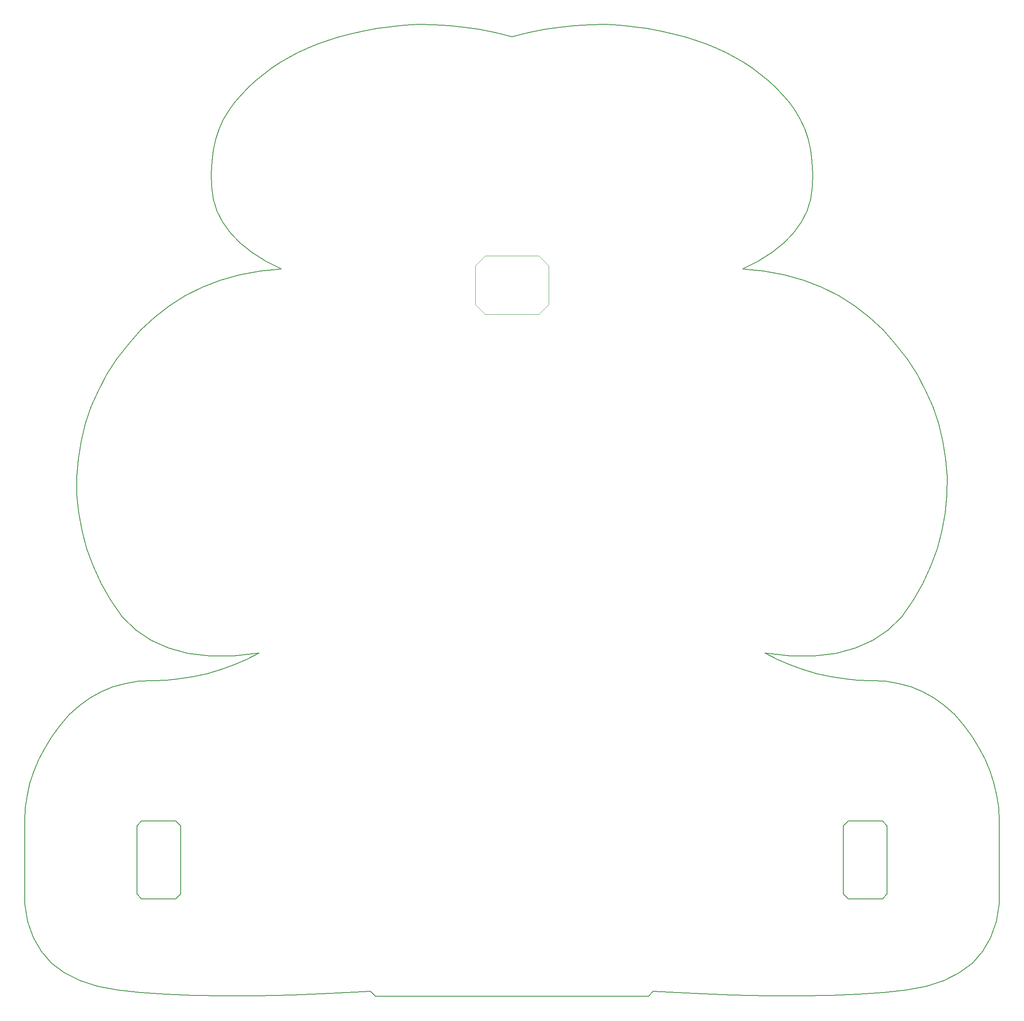
<source format=gm1>
G04 #@! TF.GenerationSoftware,KiCad,Pcbnew,(6.0.7)*
G04 #@! TF.CreationDate,2022-08-02T15:10:55+01:00*
G04 #@! TF.ProjectId,NB3_body,4e42335f-626f-4647-992e-6b696361645f,0.0.2*
G04 #@! TF.SameCoordinates,PX76bb820PYd4ab5c0*
G04 #@! TF.FileFunction,Profile,NP*
%FSLAX46Y46*%
G04 Gerber Fmt 4.6, Leading zero omitted, Abs format (unit mm)*
G04 Created by KiCad (PCBNEW (6.0.7)) date 2022-08-02 15:10:55*
%MOMM*%
%LPD*%
G01*
G04 APERTURE LIST*
G04 #@! TA.AperFunction,Profile*
%ADD10C,0.130000*%
G04 #@! TD*
G04 #@! TA.AperFunction,Profile*
%ADD11C,0.050000*%
G04 #@! TD*
G04 APERTURE END LIST*
D10*
X-52653243Y187858300D02*
X-54160267Y186456446D01*
X89302691Y106587975D02*
X89278568Y102879197D01*
X69000000Y20000000D02*
X76000000Y20000000D01*
X-76000000Y20000000D02*
X-77000000Y21000000D01*
X0Y197000000D02*
X3364185Y197802415D01*
X76216962Y814493D02*
X71034296Y456356D01*
X71034296Y456356D02*
X65330759Y226433D01*
X-76000000Y36000000D02*
X-69000000Y36000000D01*
X-77235001Y75243896D02*
X-74060749Y73081539D01*
X-78773884Y133819762D02*
X-81091826Y130800882D01*
X59782652Y67042120D02*
X62493500Y66249093D01*
X84298328Y84750820D02*
X82330355Y81208248D01*
X47686415Y191585006D02*
X49416318Y190422580D01*
D11*
X-7500000Y142000000D02*
X-7500000Y150000000D01*
D10*
X-57117411Y68009605D02*
X-59782652Y67042120D01*
X54160267Y186456446D02*
X55592997Y184974783D01*
X-79991536Y77952799D02*
X-77235001Y75243896D01*
X51671575Y148839948D02*
X55817313Y148069002D01*
X92686846Y55680628D02*
X94382587Y53380517D01*
X-92686846Y55680628D02*
X-94382587Y53380517D01*
X-87262350Y91919068D02*
X-85942327Y88321093D01*
X87508051Y117600054D02*
X88398222Y114018520D01*
X-60767561Y175922031D02*
X-61262518Y173709907D01*
X-70247239Y141786545D02*
X-73316465Y139416262D01*
X-51071927Y189180345D02*
X-52653243Y187858300D01*
X-28000000Y0D02*
X28000000Y0D01*
X-66962710Y143836960D02*
X-70247239Y141786545D01*
X89278568Y102879197D02*
X88930471Y99198119D01*
X32976254Y197566670D02*
X35413638Y196934347D01*
X-82330355Y81208248D02*
X-79991536Y77952799D01*
X-98932416Y43723024D02*
X-99511591Y41194388D01*
X-86641023Y61235928D02*
X-88794882Y59667822D01*
X-84298328Y84750820D02*
X-82330355Y81208248D01*
X-39940574Y195449313D02*
X-42030125Y194596603D01*
X76000000Y20000000D02*
X77000000Y21000000D01*
D11*
X-7500000Y142000000D02*
X-5500000Y140000000D01*
D10*
X73792954Y64821549D02*
X76639737Y64671747D01*
X55768945Y154592604D02*
X53360510Y152683879D01*
X-88930471Y99198119D02*
X-88258398Y95544743D01*
X-98129929Y46205955D02*
X-98932416Y43723024D01*
X-85942327Y88321093D02*
X-84298328Y84750820D01*
D11*
X5500000Y152000000D02*
X7500000Y150000000D01*
D10*
X70899681Y64916750D02*
X73792954Y64821549D01*
X-60528046Y161167968D02*
X-59352713Y158834648D01*
X-28000000Y0D02*
X-29000000Y1000000D01*
X-76216962Y814493D02*
X-71034296Y456356D01*
X9884157Y198936198D02*
X13039945Y199267564D01*
D11*
X-5500000Y152000000D02*
X5500000Y152000000D01*
D10*
X45094918Y305936D02*
X37307894Y588861D01*
X73316465Y139416262D02*
X76170388Y136726112D01*
X-96600539Y9246677D02*
X-94461784Y6826540D01*
X-47686415Y191585006D02*
X-49416318Y190422580D01*
X-27753651Y198610932D02*
X-30422925Y198125532D01*
X-59782652Y67042120D02*
X-62493500Y66249093D01*
X-24968433Y199022869D02*
X-27753651Y198610932D01*
X-90810157Y57816055D02*
X-92686846Y55680628D01*
X-65249954Y65630522D02*
X-68052014Y65186408D01*
X-45094918Y305936D02*
X-37307894Y588861D01*
X-61573845Y171362061D02*
X-61701542Y168878493D01*
X-68000000Y35000000D02*
X-68000000Y21000000D01*
X76639737Y64671747D02*
X79347936Y64238283D01*
X-51923747Y70467943D02*
X-54497776Y69151545D01*
X98129929Y46205955D02*
X98932416Y43723024D01*
X-95855014Y51034702D02*
X-97104128Y48643181D01*
X99511591Y41194388D02*
X99867452Y38620046D01*
X6658904Y198447814D02*
X9884157Y198936198D01*
X-94382587Y53380517D02*
X-95855014Y51034702D01*
X59106350Y124721D02*
X52361070Y151222D01*
X-49416318Y190422580D02*
X-51071927Y189180345D01*
X88258398Y95544743D02*
X87262350Y91919068D01*
X55592997Y184974783D02*
X56951435Y183413311D01*
X50541040Y150916687D02*
X47310536Y149291026D01*
X-81917550Y63521159D02*
X-84348579Y62520374D01*
X-16126266Y199441915D02*
X-19143121Y199459249D01*
X-85028715Y2059038D02*
X-80878756Y1300841D01*
X57186580Y69897570D02*
X51923747Y70467943D01*
X-45882220Y192667623D02*
X-47686415Y191585006D01*
X54497776Y69151545D02*
X57117411Y68009605D01*
X77000000Y21000000D02*
X77000000Y35000000D01*
D11*
X7500000Y142000000D02*
X5500000Y140000000D01*
D10*
X98932416Y43723024D02*
X99511591Y41194388D01*
X-55817313Y148069002D02*
X-59747747Y146978189D01*
X47310536Y149291026D02*
X51671575Y148839948D01*
X81917550Y63521159D02*
X84348579Y62520374D01*
X-79347936Y64238283D02*
X-81917550Y63521159D01*
X-58180911Y181744074D02*
X-59226758Y179939114D01*
X91820228Y4821887D02*
X88675872Y3232720D01*
X49416318Y190422580D02*
X51071927Y189180345D01*
X98236493Y12082299D02*
X96600539Y9246677D01*
X-71034296Y456356D02*
X-65330759Y226433D01*
X22090510Y199319567D02*
X24968433Y199022869D01*
X53360510Y152683879D02*
X50541040Y150916687D01*
X-51671575Y148839948D02*
X-55817313Y148069002D01*
X-77000000Y21000000D02*
X-77000000Y35000000D01*
X-91820228Y4821887D02*
X-88675872Y3232720D01*
X82330355Y81208248D02*
X79991536Y77952799D01*
X-54497776Y69151545D02*
X-57117411Y68009605D01*
X-87508051Y117600054D02*
X-88398222Y114018520D01*
X-13039945Y199267564D02*
X-16126266Y199441915D01*
X52361070Y151222D02*
X45094918Y305936D01*
X-54160267Y186456446D02*
X-55592997Y184974783D01*
X-88398222Y114018520D02*
X-89002839Y110324455D01*
X-70468782Y71465728D02*
X-66459097Y70396463D01*
X66962710Y143836960D02*
X70247239Y141786545D01*
X69000000Y36000000D02*
X68000000Y35000000D01*
X-83124213Y127669471D02*
X-84871046Y124425529D01*
X37735078Y196228561D02*
X39940574Y195449313D01*
X13039945Y199267564D02*
X16126266Y199441915D01*
X61262518Y173709907D02*
X61573845Y171362061D01*
X-70899681Y64916750D02*
X-73792954Y64821549D01*
X88794882Y59667822D02*
X90810157Y57816055D01*
X-98236493Y12082299D02*
X-96600539Y9246677D01*
X-56951435Y183413311D02*
X-58180911Y181744074D01*
X-81091826Y130800882D02*
X-83124213Y127669471D01*
X-84348579Y62520374D02*
X-86641023Y61235928D01*
X27753651Y198610932D02*
X30422925Y198125532D01*
X62031697Y69873744D02*
X57186580Y69897570D01*
X-59352713Y158834648D02*
X-57766346Y156642860D01*
X-94461784Y6826540D02*
X-91820228Y4821887D01*
X-32976254Y197566670D02*
X-35413638Y196934347D01*
X97104128Y48643181D02*
X98129929Y46205955D01*
D11*
X7500000Y150000000D02*
X7500000Y142000000D01*
D10*
X81091826Y130800882D02*
X83124213Y127669471D01*
X88930471Y99198119D02*
X88258398Y95544743D01*
X-68000000Y21000000D02*
X-69000000Y20000000D01*
X-63462880Y145567508D02*
X-66962710Y143836960D01*
X-97104128Y48643181D02*
X-98129929Y46205955D01*
X63462880Y145567508D02*
X66962710Y143836960D01*
X-76170388Y136726112D02*
X-78773884Y133819762D01*
X84871046Y124425529D02*
X86332326Y121069057D01*
X-37307894Y588861D02*
X-29000000Y1000000D01*
X37307894Y588861D02*
X29000000Y1000000D01*
X78773884Y133819762D02*
X81091826Y130800882D01*
X100000000Y19000000D02*
X100000000Y36000000D01*
X90810157Y57816055D02*
X92686846Y55680628D01*
X-57766346Y156642860D02*
X-55768945Y154592604D01*
X95855014Y51034702D02*
X97104128Y48643181D01*
X35413638Y196934347D02*
X37735078Y196228561D01*
X-84871046Y124425529D02*
X-86332326Y121069057D01*
X65249954Y65630522D02*
X68052014Y65186408D01*
X83124213Y127669471D02*
X84871046Y124425529D01*
X-44003732Y193670431D02*
X-45882220Y192667623D01*
X52653243Y187858300D02*
X54160267Y186456446D01*
X85028715Y2059038D02*
X80878756Y1300841D01*
X61292345Y163642820D02*
X60528046Y161167968D01*
X-88258398Y95544743D02*
X-87262350Y91919068D01*
X-99511591Y41194388D02*
X-99867452Y38620046D01*
X-42030125Y194596603D02*
X-44003732Y193670431D01*
X76000000Y36000000D02*
X69000000Y36000000D01*
X61701542Y168878493D02*
X61645610Y166259204D01*
X94461784Y6826540D02*
X91820228Y4821887D01*
X86332326Y121069057D02*
X87508051Y117600054D01*
X-60088974Y177998433D02*
X-60767561Y175922031D01*
X57766346Y156642860D02*
X55768945Y154592604D01*
X59226758Y179939114D02*
X60088974Y177998433D01*
X-80878756Y1300841D02*
X-76216962Y814493D01*
X85942327Y88321093D02*
X84298328Y84750820D01*
X-73792954Y64821549D02*
X-76639737Y64671747D01*
X58180911Y181744074D02*
X59226758Y179939114D01*
X-57186580Y69897570D02*
X-51923747Y70467943D01*
X100000000Y19000000D02*
X99369647Y15333407D01*
X51923747Y70467943D02*
X54497776Y69151545D01*
X-30422925Y198125532D02*
X-32976254Y197566670D01*
X-22090510Y199319567D02*
X-24968433Y199022869D01*
X-89278568Y102879197D02*
X-88930471Y99198119D01*
X-6658904Y198447814D02*
X-9884157Y198936198D01*
X19143121Y199459249D02*
X22090510Y199319567D01*
X70468782Y71465728D02*
X66459097Y70396463D01*
X-61292345Y163642820D02*
X-60528046Y161167968D01*
X-55592997Y184974783D02*
X-56951435Y183413311D01*
X-73316465Y139416262D02*
X-76170388Y136726112D01*
X-99867452Y38620046D02*
X-100000000Y36000000D01*
X-61262518Y173709907D02*
X-61573845Y171362061D01*
X-62493500Y66249093D02*
X-65249954Y65630522D01*
X-61701542Y168878493D02*
X-61645610Y166259204D01*
X-55768945Y154592604D02*
X-53360510Y152683879D01*
X86641023Y61235928D02*
X88794882Y59667822D01*
X-77000000Y35000000D02*
X-76000000Y36000000D01*
X-59747747Y146978189D02*
X-63462880Y145567508D01*
X-74060749Y73081539D02*
X-70468782Y71465728D01*
X76170388Y136726112D02*
X78773884Y133819762D01*
X99867452Y38620046D02*
X100000000Y36000000D01*
X-3364185Y197802415D02*
X-6658904Y198447814D01*
X-52361070Y151222D02*
X-45094918Y305936D01*
X-100000000Y19000000D02*
X-100000000Y36000000D01*
X79347936Y64238283D02*
X81917550Y63521159D01*
X45882220Y192667623D02*
X47686415Y191585006D01*
X94382587Y53380517D02*
X95855014Y51034702D01*
X-68052014Y65186408D02*
X-70899681Y64916750D01*
X61645610Y166259204D02*
X61292345Y163642820D01*
X65330759Y226433D02*
X59106350Y124721D01*
X-61645610Y166259204D02*
X-61292345Y163642820D01*
X59747747Y146978189D02*
X63462880Y145567508D01*
X-66459097Y70396463D02*
X-62031697Y69873744D01*
X-69000000Y36000000D02*
X-68000000Y35000000D01*
X60767561Y175922031D02*
X61262518Y173709907D01*
X-88794882Y59667822D02*
X-90810157Y57816055D01*
X-37735078Y196228561D02*
X-39940574Y195449313D01*
X-89302691Y106587975D02*
X-89278568Y102879197D01*
X62493500Y66249093D02*
X65249954Y65630522D01*
X24968433Y199022869D02*
X27753651Y198610932D01*
X-100000000Y19000000D02*
X-99369647Y15333407D01*
X79991536Y77952799D02*
X77235001Y75243896D01*
X39940574Y195449313D02*
X42030125Y194596603D01*
X68000000Y35000000D02*
X68000000Y21000000D01*
X-99369647Y15333407D02*
X-98236493Y12082299D01*
X-50541040Y150916687D02*
X-47310536Y149291026D01*
D11*
X-7500000Y150000000D02*
X-5500000Y152000000D01*
D10*
X-62031697Y69873744D02*
X-57186580Y69897570D01*
X84348579Y62520374D02*
X86641023Y61235928D01*
X96600539Y9246677D02*
X94461784Y6826540D01*
X88675872Y3232720D02*
X85028715Y2059038D01*
X-47310536Y149291026D02*
X-51671575Y148839948D01*
X-69000000Y20000000D02*
X-76000000Y20000000D01*
X42030125Y194596603D02*
X44003732Y193670431D01*
X56951435Y183413311D02*
X58180911Y181744074D01*
X-89002839Y110324455D02*
X-89302691Y106587975D01*
X28000000Y0D02*
X29000000Y1000000D01*
X-59226758Y179939114D02*
X-60088974Y177998433D01*
X60528046Y161167968D02*
X59352713Y158834648D01*
X55817313Y148069002D02*
X59747747Y146978189D01*
X44003732Y193670431D02*
X45882220Y192667623D01*
X-9884157Y198936198D02*
X-13039945Y199267564D01*
X77235001Y75243896D02*
X74060749Y73081539D01*
X68000000Y21000000D02*
X69000000Y20000000D01*
X66459097Y70396463D02*
X62031697Y69873744D01*
X3364185Y197802415D02*
X6658904Y198447814D01*
X59352713Y158834648D02*
X57766346Y156642860D01*
X87262350Y91919068D02*
X85942327Y88321093D01*
X-59106350Y124721D02*
X-52361070Y151222D01*
X61573845Y171362061D02*
X61701542Y168878493D01*
X16126266Y199441915D02*
X19143121Y199459249D01*
X68052014Y65186408D02*
X70899681Y64916750D01*
X57117411Y68009605D02*
X59782652Y67042120D01*
X-19143121Y199459249D02*
X-22090510Y199319567D01*
X60088974Y177998433D02*
X60767561Y175922031D01*
X51071927Y189180345D02*
X52653243Y187858300D01*
X-35413638Y196934347D02*
X-37735078Y196228561D01*
X-88675872Y3232720D02*
X-85028715Y2059038D01*
X80878756Y1300841D02*
X76216962Y814493D01*
X99369647Y15333407D02*
X98236493Y12082299D01*
X70247239Y141786545D02*
X73316465Y139416262D01*
X-86332326Y121069057D02*
X-87508051Y117600054D01*
X-76639737Y64671747D02*
X-79347936Y64238283D01*
X0Y197000000D02*
X-3364185Y197802415D01*
X-53360510Y152683879D02*
X-50541040Y150916687D01*
X88398222Y114018520D02*
X89002839Y110324455D01*
X77000000Y35000000D02*
X76000000Y36000000D01*
D11*
X5500000Y140000000D02*
X-5500000Y140000000D01*
D10*
X89002839Y110324455D02*
X89302691Y106587975D01*
X30422925Y198125532D02*
X32976254Y197566670D01*
X-65330759Y226433D02*
X-59106350Y124721D01*
X74060749Y73081539D02*
X70468782Y71465728D01*
M02*

</source>
